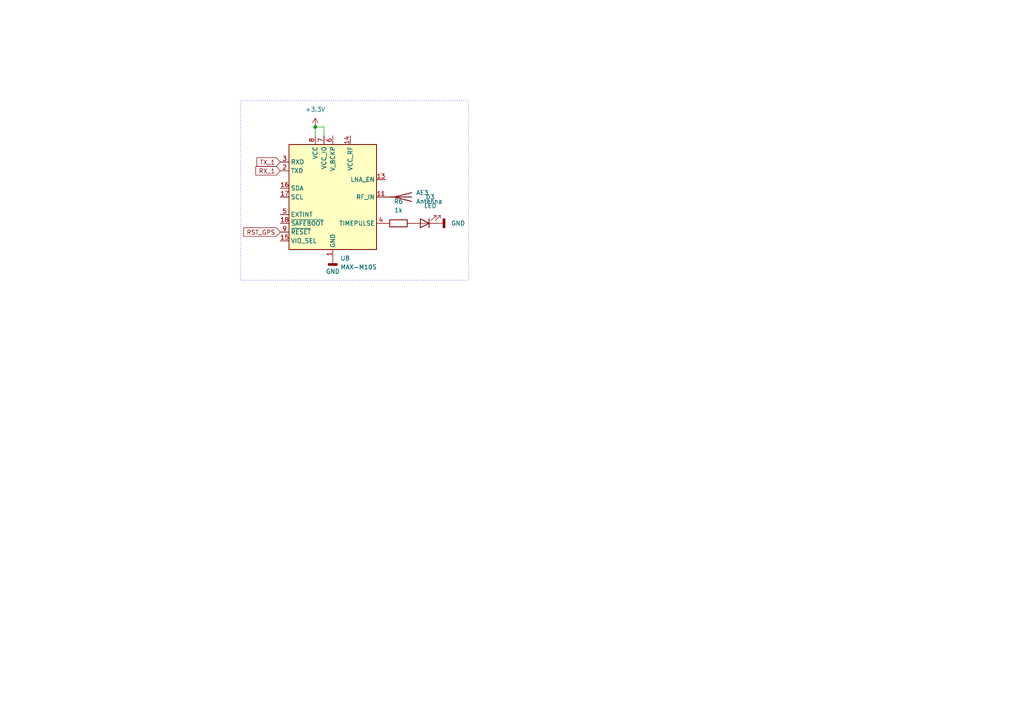
<source format=kicad_sch>
(kicad_sch (version 20231120) (generator "eeschema") (generator_version "8.0")
  (paper "A4")
  (lib_symbols
    (symbol "Device:Antenna" (pin_numbers hide) (pin_names (offset 1.016) hide)
      (property "Reference" "AE" (at -1.905 1.905 0))
      (property "Value" "Antenna" (at -1.905 0 0))
      (symbol "Antenna_0_1"
        (polyline (pts (xy 0 2.54) (xy 0 -3.81)) (stroke (width 0.254)))
        (polyline (pts (xy 1.27 2.54) (xy 0 -2.54) (xy -1.27 2.54)) (stroke (width 0.254)))
      )
      (symbol "Antenna_1_1"
        (pin input line (at 0 -5.08 90) (length 2.54) (name "A") (number "1"))
      )
    )
    (symbol "Device:LED" (pin_numbers hide) (pin_names (offset 1.016) hide)
      (property "Reference" "D" (at 0 2.54 0))
      (property "Value" "LED" (at 0 -2.54 0))
      (symbol "LED_0_1"
        (polyline (pts (xy -1.27 -1.27) (xy -1.27 1.27)) (stroke (width 0.254)))
        (polyline (pts (xy -1.27 0) (xy 1.27 0)))
        (polyline (pts (xy 1.27 -1.27) (xy 1.27 1.27) (xy -1.27 0) (xy 1.27 -1.27)) (stroke (width 0.254)))
        (polyline (pts (xy -3.048 -0.762) (xy -4.572 -2.286) (xy -3.81 -2.286) (xy -4.572 -2.286) (xy -4.572 -1.524)))
        (polyline (pts (xy -1.778 -0.762) (xy -3.302 -2.286) (xy -2.54 -2.286) (xy -3.302 -2.286) (xy -3.302 -1.524)))
      )
      (symbol "LED_1_1"
        (pin passive line (at -3.81 0 0) (length 2.54) (name "K") (number "1"))
        (pin passive line (at 3.81 0 180) (length 2.54) (name "A") (number "2"))
      )
    )
    (symbol "Device:R" (pin_numbers hide) (pin_names (offset 0))
      (property "Reference" "R" (at 2.032 0 90))
      (property "Value" "R" (at 0 0 90))
      (symbol "R_0_1"
        (rectangle (start -1.016 -2.54) (end 1.016 2.54) (stroke (width 0.254)))
      )
      (symbol "R_1_1"
        (pin passive line (at 0 3.81 270) (length 1.27) (name "~") (number "1"))
        (pin passive line (at 0 -3.81 90) (length 1.27) (name "~") (number "2"))
      )
    )
    (symbol "RF_GPS:MAX-M10S"
      (property "Reference" "U" (at -10.16 16.51 0))
      (property "Value" "MAX-M10S" (at 11.43 16.51 0))
      (symbol "MAX-M10S_0_1"
        (rectangle (start 12.7 15.24) (end -12.7 -15.24) (stroke (width 0.254)) (fill (type background)))
      )
      (symbol "MAX-M10S_1_1"
        (pin power_in line (at 0 -17.78 90) (length 2.54) (name "GND") (number "1"))
        (pin passive line (at 0 -17.78 90) (length 2.54) hide (name "GND") (number "10"))
        (pin input line (at 15.24 0 180) (length 2.54) (name "RF_IN") (number "11"))
        (pin passive line (at 0 -17.78 90) (length 2.54) hide (name "GND") (number "12"))
        (pin output line (at 15.24 5.08 180) (length 2.54) (name "LNA_EN") (number "13"))
        (pin power_out line (at 5.08 17.78 270) (length 2.54) (name "VCC_RF") (number "14"))
        (pin input line (at -15.24 -12.7 0) (length 2.54) (name "VIO_SEL") (number "15"))
        (pin bidirectional line (at -15.24 2.54 0) (length 2.54) (name "SDA") (number "16"))
        (pin input line (at -15.24 0 0) (length 2.54) (name "SCL") (number "17"))
        (pin input line (at -15.24 -7.62 0) (length 2.54) (name "~{SAFEBOOT}") (number "18"))
        (pin output line (at -15.24 7.62 0) (length 2.54) (name "TXD") (number "2"))
        (pin input line (at -15.24 10.16 0) (length 2.54) (name "RXD") (number "3"))
        (pin output line (at 15.24 -7.62 180) (length 2.54) (name "TIMEPULSE") (number "4"))
        (pin input line (at -15.24 -5.08 0) (length 2.54) (name "EXTINT") (number "5"))
        (pin power_in line (at 0 17.78 270) (length 2.54) (name "V_BCKP") (number "6"))
        (pin power_in line (at -2.54 17.78 270) (length 2.54) (name "VCC_IO") (number "7"))
        (pin power_in line (at -5.08 17.78 270) (length 2.54) (name "VCC") (number "8"))
        (pin input line (at -15.24 -10.16 0) (length 2.54) (name "~{RESET}") (number "9"))
      )
    )
    (symbol "power:+3.3V" (power) (pin_numbers hide) (pin_names (offset 0) hide)
      (property "Value" "+3.3V" (at 0 3.556 0))
      (symbol "+3.3V_0_1"
        (polyline (pts (xy -0.762 1.27) (xy 0 2.54)))
        (polyline (pts (xy 0 0) (xy 0 2.54)))
        (polyline (pts (xy 0 2.54) (xy 0.762 1.27)))
      )
      (symbol "+3.3V_1_1"
        (pin power_in line (at 0 0 90) (length 0) (name "~") (number "1"))
      )
    )
    (symbol "power:GNDD" (power) (pin_numbers hide) (pin_names (offset 0) hide)
      (property "Value" "GNDD" (at 0 -3.175 0))
      (symbol "GNDD_0_1"
        (rectangle (start -1.27 -1.524) (end 1.27 -2.032) (stroke (width 0.254)) (fill (type outline)))
        (polyline (pts (xy 0 0) (xy 0 -1.524)))
      )
      (symbol "GNDD_1_1"
        (pin power_in line (at 0 0 270) (length 0) (name "~") (number "1"))
      )
    )
  )
  (junction (at 91.44 36.83))
  (wire (pts (xy 91.44 36.83) (xy 91.44 39.37)))
  (wire (pts (xy 93.98 39.37) (xy 93.98 36.83)))
  (wire (pts (xy 93.98 36.83) (xy 91.44 36.83)))
  (rectangle (start 69.85 29.21) (end 135.89 81.28) (stroke (width 0) (type dot)))
  (global_label "TX_1" (shape input) (at 81.28 46.99 180) (property "Intersheetrefs" "${INTERSHEET_REFS}" (effects (hide yes))))
  (global_label "RST_GPS" (shape input) (at 81.28 67.31 180) (property "Intersheetrefs" "${INTERSHEET_REFS}" (effects (hide yes))))
  (global_label "RX_1" (shape input) (at 81.28 49.53 180) (property "Intersheetrefs" "${INTERSHEET_REFS}" (effects (hide yes))))
  (symbol (lib_id "Device:LED") (at 123.19 64.77 180) (unit 1)
    (property "Reference" "D3" (at 124.7775 57.15 0))
    (property "Value" "LED" (at 124.7775 59.69 0))
    (property "Footprint" "LED_SMD:LED_1210_3225Metric" (effects (hide yes)))
    (property "Description" "Light emitting diode" (effects (hide yes)))
  )
  (symbol (lib_id "RF_GPS:MAX-M10S") (at 96.52 57.15 0) (unit 1)
    (property "Reference" "U8" (at 98.7141 74.93 0) (effects (justify left)))
    (property "Value" "MAX-M10S" (at 98.7141 77.47 0) (effects (justify left)))
    (property "Footprint" "RF_GPS:ublox_MAX" (effects (hide yes)))
    (property "Datasheet" "https://content.u-blox.com/sites/default/files/MAX-M10S_DataSheet_UBX-20035208.pdf" (effects (hide yes)))
    (property "Description" "GNSS Module MAX M10, VCC 1.65V to 3.6V" (effects (hide yes)))
  )
  (symbol (lib_id "Device:Antenna") (at 116.84 57.15 270) (unit 1)
    (property "Reference" "AE3" (at 120.65 55.8799 90) (effects (justify left)))
    (property "Value" "Antenna" (at 120.65 58.4199 90) (effects (justify left)))
    (property "Description" "Antenna" (effects (hide yes)))
  )
  (symbol (lib_id "power:GNDD") (at 127 64.77 90) (unit 1)
    (property "Reference" "#PWR043" (effects (hide yes)))
    (property "Value" "GND" (at 130.81 64.7699 90) (effects (justify right)))
    (property "Description" "Power symbol creates a global label with name \"GNDD\" , digital ground" (effects (hide yes)))
  )
  (symbol (lib_id "power:GNDD") (at 96.52 74.93 0) (unit 1)
    (property "Reference" "#PWR042" (effects (hide yes)))
    (property "Value" "GND" (at 96.52 78.74 0))
    (property "Description" "Power symbol creates a global label with name \"GNDD\" , digital ground" (effects (hide yes)))
  )
  (symbol (lib_id "Device:R") (at 115.57 64.77 270) (unit 1)
    (property "Reference" "R6" (at 115.57 58.42 90))
    (property "Value" "1k" (at 115.57 60.96 90))
    (property "Footprint" "Resistor_SMD:R_0603_1608Metric_Pad0.98x0.95mm_HandSolder" (effects (hide yes)))
    (property "Description" "Resistor" (effects (hide yes)))
  )
  (symbol (lib_id "power:+3.3V") (at 91.44 36.83 0) (unit 1)
    (property "Reference" "#PWR041" (effects (hide yes)))
    (property "Value" "+3.3V" (at 91.44 31.75 0))
    (property "Description" "Power symbol creates a global label with name \"+3.3V\"" (effects (hide yes)))
  )
)
</source>
